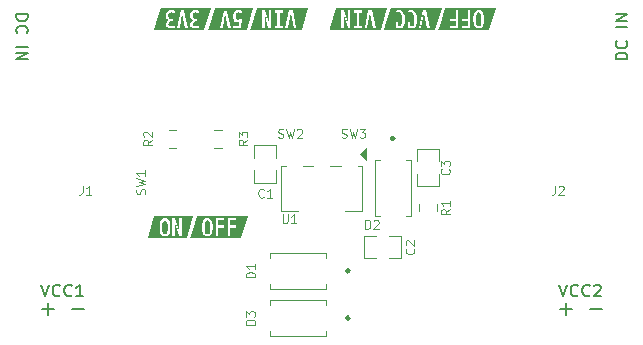
<source format=gbr>
%TF.GenerationSoftware,KiCad,Pcbnew,8.0.5-8.0.5-0~ubuntu24.04.1*%
%TF.CreationDate,2024-10-03T16:57:35-04:00*%
%TF.ProjectId,breadboard-power-supply,62726561-6462-46f6-9172-642d706f7765,rev?*%
%TF.SameCoordinates,Original*%
%TF.FileFunction,Legend,Top*%
%TF.FilePolarity,Positive*%
%FSLAX46Y46*%
G04 Gerber Fmt 4.6, Leading zero omitted, Abs format (unit mm)*
G04 Created by KiCad (PCBNEW 8.0.5-8.0.5-0~ubuntu24.04.1) date 2024-10-03 16:57:35*
%MOMM*%
%LPD*%
G01*
G04 APERTURE LIST*
%ADD10C,0.150000*%
%ADD11C,0.120000*%
%ADD12C,0.000000*%
%ADD13C,0.100000*%
%ADD14C,0.250000*%
G04 APERTURE END LIST*
D10*
X146660000Y-116000000D02*
X147660000Y-116000000D01*
X149200000Y-116000000D02*
X150200000Y-116000000D01*
X102800000Y-116000000D02*
X103800000Y-116000000D01*
X147160000Y-116500000D02*
X147160000Y-115500000D01*
X105340000Y-116000000D02*
X106340000Y-116000000D01*
X103300000Y-116500000D02*
X103300000Y-115500000D01*
X152369819Y-94896302D02*
X151369819Y-94896302D01*
X151369819Y-94896302D02*
X151369819Y-94658207D01*
X151369819Y-94658207D02*
X151417438Y-94515350D01*
X151417438Y-94515350D02*
X151512676Y-94420112D01*
X151512676Y-94420112D02*
X151607914Y-94372493D01*
X151607914Y-94372493D02*
X151798390Y-94324874D01*
X151798390Y-94324874D02*
X151941247Y-94324874D01*
X151941247Y-94324874D02*
X152131723Y-94372493D01*
X152131723Y-94372493D02*
X152226961Y-94420112D01*
X152226961Y-94420112D02*
X152322200Y-94515350D01*
X152322200Y-94515350D02*
X152369819Y-94658207D01*
X152369819Y-94658207D02*
X152369819Y-94896302D01*
X152274580Y-93324874D02*
X152322200Y-93372493D01*
X152322200Y-93372493D02*
X152369819Y-93515350D01*
X152369819Y-93515350D02*
X152369819Y-93610588D01*
X152369819Y-93610588D02*
X152322200Y-93753445D01*
X152322200Y-93753445D02*
X152226961Y-93848683D01*
X152226961Y-93848683D02*
X152131723Y-93896302D01*
X152131723Y-93896302D02*
X151941247Y-93943921D01*
X151941247Y-93943921D02*
X151798390Y-93943921D01*
X151798390Y-93943921D02*
X151607914Y-93896302D01*
X151607914Y-93896302D02*
X151512676Y-93848683D01*
X151512676Y-93848683D02*
X151417438Y-93753445D01*
X151417438Y-93753445D02*
X151369819Y-93610588D01*
X151369819Y-93610588D02*
X151369819Y-93515350D01*
X151369819Y-93515350D02*
X151417438Y-93372493D01*
X151417438Y-93372493D02*
X151465057Y-93324874D01*
X152369819Y-92134397D02*
X151369819Y-92134397D01*
X152369819Y-91658207D02*
X151369819Y-91658207D01*
X151369819Y-91658207D02*
X152369819Y-91086779D01*
X152369819Y-91086779D02*
X151369819Y-91086779D01*
X100630180Y-91086779D02*
X101630180Y-91086779D01*
X101630180Y-91086779D02*
X101630180Y-91324874D01*
X101630180Y-91324874D02*
X101582561Y-91467731D01*
X101582561Y-91467731D02*
X101487323Y-91562969D01*
X101487323Y-91562969D02*
X101392085Y-91610588D01*
X101392085Y-91610588D02*
X101201609Y-91658207D01*
X101201609Y-91658207D02*
X101058752Y-91658207D01*
X101058752Y-91658207D02*
X100868276Y-91610588D01*
X100868276Y-91610588D02*
X100773038Y-91562969D01*
X100773038Y-91562969D02*
X100677800Y-91467731D01*
X100677800Y-91467731D02*
X100630180Y-91324874D01*
X100630180Y-91324874D02*
X100630180Y-91086779D01*
X100725419Y-92658207D02*
X100677800Y-92610588D01*
X100677800Y-92610588D02*
X100630180Y-92467731D01*
X100630180Y-92467731D02*
X100630180Y-92372493D01*
X100630180Y-92372493D02*
X100677800Y-92229636D01*
X100677800Y-92229636D02*
X100773038Y-92134398D01*
X100773038Y-92134398D02*
X100868276Y-92086779D01*
X100868276Y-92086779D02*
X101058752Y-92039160D01*
X101058752Y-92039160D02*
X101201609Y-92039160D01*
X101201609Y-92039160D02*
X101392085Y-92086779D01*
X101392085Y-92086779D02*
X101487323Y-92134398D01*
X101487323Y-92134398D02*
X101582561Y-92229636D01*
X101582561Y-92229636D02*
X101630180Y-92372493D01*
X101630180Y-92372493D02*
X101630180Y-92467731D01*
X101630180Y-92467731D02*
X101582561Y-92610588D01*
X101582561Y-92610588D02*
X101534942Y-92658207D01*
X100630180Y-93848684D02*
X101630180Y-93848684D01*
X100630180Y-94324874D02*
X101630180Y-94324874D01*
X101630180Y-94324874D02*
X100630180Y-94896302D01*
X100630180Y-94896302D02*
X101630180Y-94896302D01*
X146620476Y-113954819D02*
X146953809Y-114954819D01*
X146953809Y-114954819D02*
X147287142Y-113954819D01*
X148191904Y-114859580D02*
X148144285Y-114907200D01*
X148144285Y-114907200D02*
X148001428Y-114954819D01*
X148001428Y-114954819D02*
X147906190Y-114954819D01*
X147906190Y-114954819D02*
X147763333Y-114907200D01*
X147763333Y-114907200D02*
X147668095Y-114811961D01*
X147668095Y-114811961D02*
X147620476Y-114716723D01*
X147620476Y-114716723D02*
X147572857Y-114526247D01*
X147572857Y-114526247D02*
X147572857Y-114383390D01*
X147572857Y-114383390D02*
X147620476Y-114192914D01*
X147620476Y-114192914D02*
X147668095Y-114097676D01*
X147668095Y-114097676D02*
X147763333Y-114002438D01*
X147763333Y-114002438D02*
X147906190Y-113954819D01*
X147906190Y-113954819D02*
X148001428Y-113954819D01*
X148001428Y-113954819D02*
X148144285Y-114002438D01*
X148144285Y-114002438D02*
X148191904Y-114050057D01*
X149191904Y-114859580D02*
X149144285Y-114907200D01*
X149144285Y-114907200D02*
X149001428Y-114954819D01*
X149001428Y-114954819D02*
X148906190Y-114954819D01*
X148906190Y-114954819D02*
X148763333Y-114907200D01*
X148763333Y-114907200D02*
X148668095Y-114811961D01*
X148668095Y-114811961D02*
X148620476Y-114716723D01*
X148620476Y-114716723D02*
X148572857Y-114526247D01*
X148572857Y-114526247D02*
X148572857Y-114383390D01*
X148572857Y-114383390D02*
X148620476Y-114192914D01*
X148620476Y-114192914D02*
X148668095Y-114097676D01*
X148668095Y-114097676D02*
X148763333Y-114002438D01*
X148763333Y-114002438D02*
X148906190Y-113954819D01*
X148906190Y-113954819D02*
X149001428Y-113954819D01*
X149001428Y-113954819D02*
X149144285Y-114002438D01*
X149144285Y-114002438D02*
X149191904Y-114050057D01*
X149572857Y-114050057D02*
X149620476Y-114002438D01*
X149620476Y-114002438D02*
X149715714Y-113954819D01*
X149715714Y-113954819D02*
X149953809Y-113954819D01*
X149953809Y-113954819D02*
X150049047Y-114002438D01*
X150049047Y-114002438D02*
X150096666Y-114050057D01*
X150096666Y-114050057D02*
X150144285Y-114145295D01*
X150144285Y-114145295D02*
X150144285Y-114240533D01*
X150144285Y-114240533D02*
X150096666Y-114383390D01*
X150096666Y-114383390D02*
X149525238Y-114954819D01*
X149525238Y-114954819D02*
X150144285Y-114954819D01*
X102760476Y-113954819D02*
X103093809Y-114954819D01*
X103093809Y-114954819D02*
X103427142Y-113954819D01*
X104331904Y-114859580D02*
X104284285Y-114907200D01*
X104284285Y-114907200D02*
X104141428Y-114954819D01*
X104141428Y-114954819D02*
X104046190Y-114954819D01*
X104046190Y-114954819D02*
X103903333Y-114907200D01*
X103903333Y-114907200D02*
X103808095Y-114811961D01*
X103808095Y-114811961D02*
X103760476Y-114716723D01*
X103760476Y-114716723D02*
X103712857Y-114526247D01*
X103712857Y-114526247D02*
X103712857Y-114383390D01*
X103712857Y-114383390D02*
X103760476Y-114192914D01*
X103760476Y-114192914D02*
X103808095Y-114097676D01*
X103808095Y-114097676D02*
X103903333Y-114002438D01*
X103903333Y-114002438D02*
X104046190Y-113954819D01*
X104046190Y-113954819D02*
X104141428Y-113954819D01*
X104141428Y-113954819D02*
X104284285Y-114002438D01*
X104284285Y-114002438D02*
X104331904Y-114050057D01*
X105331904Y-114859580D02*
X105284285Y-114907200D01*
X105284285Y-114907200D02*
X105141428Y-114954819D01*
X105141428Y-114954819D02*
X105046190Y-114954819D01*
X105046190Y-114954819D02*
X104903333Y-114907200D01*
X104903333Y-114907200D02*
X104808095Y-114811961D01*
X104808095Y-114811961D02*
X104760476Y-114716723D01*
X104760476Y-114716723D02*
X104712857Y-114526247D01*
X104712857Y-114526247D02*
X104712857Y-114383390D01*
X104712857Y-114383390D02*
X104760476Y-114192914D01*
X104760476Y-114192914D02*
X104808095Y-114097676D01*
X104808095Y-114097676D02*
X104903333Y-114002438D01*
X104903333Y-114002438D02*
X105046190Y-113954819D01*
X105046190Y-113954819D02*
X105141428Y-113954819D01*
X105141428Y-113954819D02*
X105284285Y-114002438D01*
X105284285Y-114002438D02*
X105331904Y-114050057D01*
X106284285Y-114954819D02*
X105712857Y-114954819D01*
X105998571Y-114954819D02*
X105998571Y-113954819D01*
X105998571Y-113954819D02*
X105903333Y-114097676D01*
X105903333Y-114097676D02*
X105808095Y-114192914D01*
X105808095Y-114192914D02*
X105712857Y-114240533D01*
D11*
X130196428Y-109240724D02*
X130196428Y-108490724D01*
X130196428Y-108490724D02*
X130374999Y-108490724D01*
X130374999Y-108490724D02*
X130482142Y-108526438D01*
X130482142Y-108526438D02*
X130553571Y-108597867D01*
X130553571Y-108597867D02*
X130589285Y-108669295D01*
X130589285Y-108669295D02*
X130624999Y-108812152D01*
X130624999Y-108812152D02*
X130624999Y-108919295D01*
X130624999Y-108919295D02*
X130589285Y-109062152D01*
X130589285Y-109062152D02*
X130553571Y-109133581D01*
X130553571Y-109133581D02*
X130482142Y-109205010D01*
X130482142Y-109205010D02*
X130374999Y-109240724D01*
X130374999Y-109240724D02*
X130196428Y-109240724D01*
X130910714Y-108562152D02*
X130946428Y-108526438D01*
X130946428Y-108526438D02*
X131017857Y-108490724D01*
X131017857Y-108490724D02*
X131196428Y-108490724D01*
X131196428Y-108490724D02*
X131267857Y-108526438D01*
X131267857Y-108526438D02*
X131303571Y-108562152D01*
X131303571Y-108562152D02*
X131339285Y-108633581D01*
X131339285Y-108633581D02*
X131339285Y-108705010D01*
X131339285Y-108705010D02*
X131303571Y-108812152D01*
X131303571Y-108812152D02*
X130874999Y-109240724D01*
X130874999Y-109240724D02*
X131339285Y-109240724D01*
X111505010Y-106299999D02*
X111540724Y-106192857D01*
X111540724Y-106192857D02*
X111540724Y-106014285D01*
X111540724Y-106014285D02*
X111505010Y-105942857D01*
X111505010Y-105942857D02*
X111469295Y-105907142D01*
X111469295Y-105907142D02*
X111397867Y-105871428D01*
X111397867Y-105871428D02*
X111326438Y-105871428D01*
X111326438Y-105871428D02*
X111255010Y-105907142D01*
X111255010Y-105907142D02*
X111219295Y-105942857D01*
X111219295Y-105942857D02*
X111183581Y-106014285D01*
X111183581Y-106014285D02*
X111147867Y-106157142D01*
X111147867Y-106157142D02*
X111112152Y-106228571D01*
X111112152Y-106228571D02*
X111076438Y-106264285D01*
X111076438Y-106264285D02*
X111005010Y-106299999D01*
X111005010Y-106299999D02*
X110933581Y-106299999D01*
X110933581Y-106299999D02*
X110862152Y-106264285D01*
X110862152Y-106264285D02*
X110826438Y-106228571D01*
X110826438Y-106228571D02*
X110790724Y-106157142D01*
X110790724Y-106157142D02*
X110790724Y-105978571D01*
X110790724Y-105978571D02*
X110826438Y-105871428D01*
X110790724Y-105621428D02*
X111540724Y-105442856D01*
X111540724Y-105442856D02*
X111005010Y-105299999D01*
X111005010Y-105299999D02*
X111540724Y-105157142D01*
X111540724Y-105157142D02*
X110790724Y-104978571D01*
X111540724Y-104299999D02*
X111540724Y-104728570D01*
X111540724Y-104514285D02*
X110790724Y-104514285D01*
X110790724Y-104514285D02*
X110897867Y-104585713D01*
X110897867Y-104585713D02*
X110969295Y-104657142D01*
X110969295Y-104657142D02*
X111005010Y-104728570D01*
X121574999Y-106519295D02*
X121539285Y-106555010D01*
X121539285Y-106555010D02*
X121432142Y-106590724D01*
X121432142Y-106590724D02*
X121360714Y-106590724D01*
X121360714Y-106590724D02*
X121253571Y-106555010D01*
X121253571Y-106555010D02*
X121182142Y-106483581D01*
X121182142Y-106483581D02*
X121146428Y-106412152D01*
X121146428Y-106412152D02*
X121110714Y-106269295D01*
X121110714Y-106269295D02*
X121110714Y-106162152D01*
X121110714Y-106162152D02*
X121146428Y-106019295D01*
X121146428Y-106019295D02*
X121182142Y-105947867D01*
X121182142Y-105947867D02*
X121253571Y-105876438D01*
X121253571Y-105876438D02*
X121360714Y-105840724D01*
X121360714Y-105840724D02*
X121432142Y-105840724D01*
X121432142Y-105840724D02*
X121539285Y-105876438D01*
X121539285Y-105876438D02*
X121574999Y-105912152D01*
X122289285Y-106590724D02*
X121860714Y-106590724D01*
X122074999Y-106590724D02*
X122074999Y-105840724D01*
X122074999Y-105840724D02*
X122003571Y-105947867D01*
X122003571Y-105947867D02*
X121932142Y-106019295D01*
X121932142Y-106019295D02*
X121860714Y-106055010D01*
X120840724Y-113353571D02*
X120090724Y-113353571D01*
X120090724Y-113353571D02*
X120090724Y-113175000D01*
X120090724Y-113175000D02*
X120126438Y-113067857D01*
X120126438Y-113067857D02*
X120197867Y-112996428D01*
X120197867Y-112996428D02*
X120269295Y-112960714D01*
X120269295Y-112960714D02*
X120412152Y-112925000D01*
X120412152Y-112925000D02*
X120519295Y-112925000D01*
X120519295Y-112925000D02*
X120662152Y-112960714D01*
X120662152Y-112960714D02*
X120733581Y-112996428D01*
X120733581Y-112996428D02*
X120805010Y-113067857D01*
X120805010Y-113067857D02*
X120840724Y-113175000D01*
X120840724Y-113175000D02*
X120840724Y-113353571D01*
X120840724Y-112210714D02*
X120840724Y-112639285D01*
X120840724Y-112425000D02*
X120090724Y-112425000D01*
X120090724Y-112425000D02*
X120197867Y-112496428D01*
X120197867Y-112496428D02*
X120269295Y-112567857D01*
X120269295Y-112567857D02*
X120305010Y-112639285D01*
X128171804Y-101505010D02*
X128278947Y-101540724D01*
X128278947Y-101540724D02*
X128457518Y-101540724D01*
X128457518Y-101540724D02*
X128528947Y-101505010D01*
X128528947Y-101505010D02*
X128564661Y-101469295D01*
X128564661Y-101469295D02*
X128600375Y-101397867D01*
X128600375Y-101397867D02*
X128600375Y-101326438D01*
X128600375Y-101326438D02*
X128564661Y-101255010D01*
X128564661Y-101255010D02*
X128528947Y-101219295D01*
X128528947Y-101219295D02*
X128457518Y-101183581D01*
X128457518Y-101183581D02*
X128314661Y-101147867D01*
X128314661Y-101147867D02*
X128243232Y-101112152D01*
X128243232Y-101112152D02*
X128207518Y-101076438D01*
X128207518Y-101076438D02*
X128171804Y-101005010D01*
X128171804Y-101005010D02*
X128171804Y-100933581D01*
X128171804Y-100933581D02*
X128207518Y-100862152D01*
X128207518Y-100862152D02*
X128243232Y-100826438D01*
X128243232Y-100826438D02*
X128314661Y-100790724D01*
X128314661Y-100790724D02*
X128493232Y-100790724D01*
X128493232Y-100790724D02*
X128600375Y-100826438D01*
X128850375Y-100790724D02*
X129028947Y-101540724D01*
X129028947Y-101540724D02*
X129171804Y-101005010D01*
X129171804Y-101005010D02*
X129314661Y-101540724D01*
X129314661Y-101540724D02*
X129493233Y-100790724D01*
X129707518Y-100790724D02*
X130171804Y-100790724D01*
X130171804Y-100790724D02*
X129921804Y-101076438D01*
X129921804Y-101076438D02*
X130028947Y-101076438D01*
X130028947Y-101076438D02*
X130100376Y-101112152D01*
X130100376Y-101112152D02*
X130136090Y-101147867D01*
X130136090Y-101147867D02*
X130171804Y-101219295D01*
X130171804Y-101219295D02*
X130171804Y-101397867D01*
X130171804Y-101397867D02*
X130136090Y-101469295D01*
X130136090Y-101469295D02*
X130100376Y-101505010D01*
X130100376Y-101505010D02*
X130028947Y-101540724D01*
X130028947Y-101540724D02*
X129814661Y-101540724D01*
X129814661Y-101540724D02*
X129743233Y-101505010D01*
X129743233Y-101505010D02*
X129707518Y-101469295D01*
X112140724Y-101725000D02*
X111783581Y-101975000D01*
X112140724Y-102153571D02*
X111390724Y-102153571D01*
X111390724Y-102153571D02*
X111390724Y-101867857D01*
X111390724Y-101867857D02*
X111426438Y-101796428D01*
X111426438Y-101796428D02*
X111462152Y-101760714D01*
X111462152Y-101760714D02*
X111533581Y-101725000D01*
X111533581Y-101725000D02*
X111640724Y-101725000D01*
X111640724Y-101725000D02*
X111712152Y-101760714D01*
X111712152Y-101760714D02*
X111747867Y-101796428D01*
X111747867Y-101796428D02*
X111783581Y-101867857D01*
X111783581Y-101867857D02*
X111783581Y-102153571D01*
X111462152Y-101439285D02*
X111426438Y-101403571D01*
X111426438Y-101403571D02*
X111390724Y-101332143D01*
X111390724Y-101332143D02*
X111390724Y-101153571D01*
X111390724Y-101153571D02*
X111426438Y-101082143D01*
X111426438Y-101082143D02*
X111462152Y-101046428D01*
X111462152Y-101046428D02*
X111533581Y-101010714D01*
X111533581Y-101010714D02*
X111605010Y-101010714D01*
X111605010Y-101010714D02*
X111712152Y-101046428D01*
X111712152Y-101046428D02*
X112140724Y-101475000D01*
X112140724Y-101475000D02*
X112140724Y-101010714D01*
X137269295Y-104175000D02*
X137305010Y-104210714D01*
X137305010Y-104210714D02*
X137340724Y-104317857D01*
X137340724Y-104317857D02*
X137340724Y-104389285D01*
X137340724Y-104389285D02*
X137305010Y-104496428D01*
X137305010Y-104496428D02*
X137233581Y-104567857D01*
X137233581Y-104567857D02*
X137162152Y-104603571D01*
X137162152Y-104603571D02*
X137019295Y-104639285D01*
X137019295Y-104639285D02*
X136912152Y-104639285D01*
X136912152Y-104639285D02*
X136769295Y-104603571D01*
X136769295Y-104603571D02*
X136697867Y-104567857D01*
X136697867Y-104567857D02*
X136626438Y-104496428D01*
X136626438Y-104496428D02*
X136590724Y-104389285D01*
X136590724Y-104389285D02*
X136590724Y-104317857D01*
X136590724Y-104317857D02*
X136626438Y-104210714D01*
X136626438Y-104210714D02*
X136662152Y-104175000D01*
X136590724Y-103925000D02*
X136590724Y-103460714D01*
X136590724Y-103460714D02*
X136876438Y-103710714D01*
X136876438Y-103710714D02*
X136876438Y-103603571D01*
X136876438Y-103603571D02*
X136912152Y-103532143D01*
X136912152Y-103532143D02*
X136947867Y-103496428D01*
X136947867Y-103496428D02*
X137019295Y-103460714D01*
X137019295Y-103460714D02*
X137197867Y-103460714D01*
X137197867Y-103460714D02*
X137269295Y-103496428D01*
X137269295Y-103496428D02*
X137305010Y-103532143D01*
X137305010Y-103532143D02*
X137340724Y-103603571D01*
X137340724Y-103603571D02*
X137340724Y-103817857D01*
X137340724Y-103817857D02*
X137305010Y-103889285D01*
X137305010Y-103889285D02*
X137269295Y-103925000D01*
X137340724Y-107575000D02*
X136983581Y-107825000D01*
X137340724Y-108003571D02*
X136590724Y-108003571D01*
X136590724Y-108003571D02*
X136590724Y-107717857D01*
X136590724Y-107717857D02*
X136626438Y-107646428D01*
X136626438Y-107646428D02*
X136662152Y-107610714D01*
X136662152Y-107610714D02*
X136733581Y-107575000D01*
X136733581Y-107575000D02*
X136840724Y-107575000D01*
X136840724Y-107575000D02*
X136912152Y-107610714D01*
X136912152Y-107610714D02*
X136947867Y-107646428D01*
X136947867Y-107646428D02*
X136983581Y-107717857D01*
X136983581Y-107717857D02*
X136983581Y-108003571D01*
X137340724Y-106860714D02*
X137340724Y-107289285D01*
X137340724Y-107075000D02*
X136590724Y-107075000D01*
X136590724Y-107075000D02*
X136697867Y-107146428D01*
X136697867Y-107146428D02*
X136769295Y-107217857D01*
X136769295Y-107217857D02*
X136805010Y-107289285D01*
X106250000Y-105590724D02*
X106250000Y-106126438D01*
X106250000Y-106126438D02*
X106214285Y-106233581D01*
X106214285Y-106233581D02*
X106142857Y-106305010D01*
X106142857Y-106305010D02*
X106035714Y-106340724D01*
X106035714Y-106340724D02*
X105964285Y-106340724D01*
X107000000Y-106340724D02*
X106571429Y-106340724D01*
X106785714Y-106340724D02*
X106785714Y-105590724D01*
X106785714Y-105590724D02*
X106714286Y-105697867D01*
X106714286Y-105697867D02*
X106642857Y-105769295D01*
X106642857Y-105769295D02*
X106571429Y-105805010D01*
X122828195Y-101505010D02*
X122935338Y-101540724D01*
X122935338Y-101540724D02*
X123113909Y-101540724D01*
X123113909Y-101540724D02*
X123185338Y-101505010D01*
X123185338Y-101505010D02*
X123221052Y-101469295D01*
X123221052Y-101469295D02*
X123256766Y-101397867D01*
X123256766Y-101397867D02*
X123256766Y-101326438D01*
X123256766Y-101326438D02*
X123221052Y-101255010D01*
X123221052Y-101255010D02*
X123185338Y-101219295D01*
X123185338Y-101219295D02*
X123113909Y-101183581D01*
X123113909Y-101183581D02*
X122971052Y-101147867D01*
X122971052Y-101147867D02*
X122899623Y-101112152D01*
X122899623Y-101112152D02*
X122863909Y-101076438D01*
X122863909Y-101076438D02*
X122828195Y-101005010D01*
X122828195Y-101005010D02*
X122828195Y-100933581D01*
X122828195Y-100933581D02*
X122863909Y-100862152D01*
X122863909Y-100862152D02*
X122899623Y-100826438D01*
X122899623Y-100826438D02*
X122971052Y-100790724D01*
X122971052Y-100790724D02*
X123149623Y-100790724D01*
X123149623Y-100790724D02*
X123256766Y-100826438D01*
X123506766Y-100790724D02*
X123685338Y-101540724D01*
X123685338Y-101540724D02*
X123828195Y-101005010D01*
X123828195Y-101005010D02*
X123971052Y-101540724D01*
X123971052Y-101540724D02*
X124149624Y-100790724D01*
X124399624Y-100862152D02*
X124435338Y-100826438D01*
X124435338Y-100826438D02*
X124506767Y-100790724D01*
X124506767Y-100790724D02*
X124685338Y-100790724D01*
X124685338Y-100790724D02*
X124756767Y-100826438D01*
X124756767Y-100826438D02*
X124792481Y-100862152D01*
X124792481Y-100862152D02*
X124828195Y-100933581D01*
X124828195Y-100933581D02*
X124828195Y-101005010D01*
X124828195Y-101005010D02*
X124792481Y-101112152D01*
X124792481Y-101112152D02*
X124363909Y-101540724D01*
X124363909Y-101540724D02*
X124828195Y-101540724D01*
X123178571Y-107990724D02*
X123178571Y-108597867D01*
X123178571Y-108597867D02*
X123214285Y-108669295D01*
X123214285Y-108669295D02*
X123250000Y-108705010D01*
X123250000Y-108705010D02*
X123321428Y-108740724D01*
X123321428Y-108740724D02*
X123464285Y-108740724D01*
X123464285Y-108740724D02*
X123535714Y-108705010D01*
X123535714Y-108705010D02*
X123571428Y-108669295D01*
X123571428Y-108669295D02*
X123607142Y-108597867D01*
X123607142Y-108597867D02*
X123607142Y-107990724D01*
X124357142Y-108740724D02*
X123928571Y-108740724D01*
X124142856Y-108740724D02*
X124142856Y-107990724D01*
X124142856Y-107990724D02*
X124071428Y-108097867D01*
X124071428Y-108097867D02*
X123999999Y-108169295D01*
X123999999Y-108169295D02*
X123928571Y-108205010D01*
X120200724Y-101725000D02*
X119843581Y-101975000D01*
X120200724Y-102153571D02*
X119450724Y-102153571D01*
X119450724Y-102153571D02*
X119450724Y-101867857D01*
X119450724Y-101867857D02*
X119486438Y-101796428D01*
X119486438Y-101796428D02*
X119522152Y-101760714D01*
X119522152Y-101760714D02*
X119593581Y-101725000D01*
X119593581Y-101725000D02*
X119700724Y-101725000D01*
X119700724Y-101725000D02*
X119772152Y-101760714D01*
X119772152Y-101760714D02*
X119807867Y-101796428D01*
X119807867Y-101796428D02*
X119843581Y-101867857D01*
X119843581Y-101867857D02*
X119843581Y-102153571D01*
X119450724Y-101475000D02*
X119450724Y-101010714D01*
X119450724Y-101010714D02*
X119736438Y-101260714D01*
X119736438Y-101260714D02*
X119736438Y-101153571D01*
X119736438Y-101153571D02*
X119772152Y-101082143D01*
X119772152Y-101082143D02*
X119807867Y-101046428D01*
X119807867Y-101046428D02*
X119879295Y-101010714D01*
X119879295Y-101010714D02*
X120057867Y-101010714D01*
X120057867Y-101010714D02*
X120129295Y-101046428D01*
X120129295Y-101046428D02*
X120165010Y-101082143D01*
X120165010Y-101082143D02*
X120200724Y-101153571D01*
X120200724Y-101153571D02*
X120200724Y-101367857D01*
X120200724Y-101367857D02*
X120165010Y-101439285D01*
X120165010Y-101439285D02*
X120129295Y-101475000D01*
X146250000Y-105590724D02*
X146250000Y-106126438D01*
X146250000Y-106126438D02*
X146214285Y-106233581D01*
X146214285Y-106233581D02*
X146142857Y-106305010D01*
X146142857Y-106305010D02*
X146035714Y-106340724D01*
X146035714Y-106340724D02*
X145964285Y-106340724D01*
X146571429Y-105662152D02*
X146607143Y-105626438D01*
X146607143Y-105626438D02*
X146678572Y-105590724D01*
X146678572Y-105590724D02*
X146857143Y-105590724D01*
X146857143Y-105590724D02*
X146928572Y-105626438D01*
X146928572Y-105626438D02*
X146964286Y-105662152D01*
X146964286Y-105662152D02*
X147000000Y-105733581D01*
X147000000Y-105733581D02*
X147000000Y-105805010D01*
X147000000Y-105805010D02*
X146964286Y-105912152D01*
X146964286Y-105912152D02*
X146535714Y-106340724D01*
X146535714Y-106340724D02*
X147000000Y-106340724D01*
X134269295Y-110925000D02*
X134305010Y-110960714D01*
X134305010Y-110960714D02*
X134340724Y-111067857D01*
X134340724Y-111067857D02*
X134340724Y-111139285D01*
X134340724Y-111139285D02*
X134305010Y-111246428D01*
X134305010Y-111246428D02*
X134233581Y-111317857D01*
X134233581Y-111317857D02*
X134162152Y-111353571D01*
X134162152Y-111353571D02*
X134019295Y-111389285D01*
X134019295Y-111389285D02*
X133912152Y-111389285D01*
X133912152Y-111389285D02*
X133769295Y-111353571D01*
X133769295Y-111353571D02*
X133697867Y-111317857D01*
X133697867Y-111317857D02*
X133626438Y-111246428D01*
X133626438Y-111246428D02*
X133590724Y-111139285D01*
X133590724Y-111139285D02*
X133590724Y-111067857D01*
X133590724Y-111067857D02*
X133626438Y-110960714D01*
X133626438Y-110960714D02*
X133662152Y-110925000D01*
X133662152Y-110639285D02*
X133626438Y-110603571D01*
X133626438Y-110603571D02*
X133590724Y-110532143D01*
X133590724Y-110532143D02*
X133590724Y-110353571D01*
X133590724Y-110353571D02*
X133626438Y-110282143D01*
X133626438Y-110282143D02*
X133662152Y-110246428D01*
X133662152Y-110246428D02*
X133733581Y-110210714D01*
X133733581Y-110210714D02*
X133805010Y-110210714D01*
X133805010Y-110210714D02*
X133912152Y-110246428D01*
X133912152Y-110246428D02*
X134340724Y-110675000D01*
X134340724Y-110675000D02*
X134340724Y-110210714D01*
X120840724Y-117353571D02*
X120090724Y-117353571D01*
X120090724Y-117353571D02*
X120090724Y-117175000D01*
X120090724Y-117175000D02*
X120126438Y-117067857D01*
X120126438Y-117067857D02*
X120197867Y-116996428D01*
X120197867Y-116996428D02*
X120269295Y-116960714D01*
X120269295Y-116960714D02*
X120412152Y-116925000D01*
X120412152Y-116925000D02*
X120519295Y-116925000D01*
X120519295Y-116925000D02*
X120662152Y-116960714D01*
X120662152Y-116960714D02*
X120733581Y-116996428D01*
X120733581Y-116996428D02*
X120805010Y-117067857D01*
X120805010Y-117067857D02*
X120840724Y-117175000D01*
X120840724Y-117175000D02*
X120840724Y-117353571D01*
X120090724Y-116675000D02*
X120090724Y-116210714D01*
X120090724Y-116210714D02*
X120376438Y-116460714D01*
X120376438Y-116460714D02*
X120376438Y-116353571D01*
X120376438Y-116353571D02*
X120412152Y-116282143D01*
X120412152Y-116282143D02*
X120447867Y-116246428D01*
X120447867Y-116246428D02*
X120519295Y-116210714D01*
X120519295Y-116210714D02*
X120697867Y-116210714D01*
X120697867Y-116210714D02*
X120769295Y-116246428D01*
X120769295Y-116246428D02*
X120805010Y-116282143D01*
X120805010Y-116282143D02*
X120840724Y-116353571D01*
X120840724Y-116353571D02*
X120840724Y-116567857D01*
X120840724Y-116567857D02*
X120805010Y-116639285D01*
X120805010Y-116639285D02*
X120769295Y-116675000D01*
D12*
%TO.C,kibuzzard-66FD9CBB*%
G36*
X128923973Y-90578767D02*
G01*
X129211644Y-90578767D01*
X130456849Y-90578767D01*
X131056849Y-90578767D01*
X131484932Y-90578767D01*
X132037671Y-90578767D01*
X131484932Y-92421233D01*
X131056849Y-92421233D01*
X128143151Y-92421233D01*
X127715068Y-92421233D01*
X127162329Y-92421233D01*
X127213699Y-92250000D01*
X128143151Y-92250000D01*
X128358904Y-92250000D01*
X128358904Y-91160959D01*
X128365068Y-91160959D01*
X128685616Y-92250000D01*
X128923973Y-92250000D01*
X128923973Y-90928767D01*
X129211644Y-90928767D01*
X129441781Y-90928767D01*
X129441781Y-92071233D01*
X129211644Y-92071233D01*
X129211644Y-92250000D01*
X129910274Y-92250000D01*
X130121918Y-92250000D01*
X130350000Y-92250000D01*
X130584247Y-90955479D01*
X130586301Y-90955479D01*
X130820548Y-92250000D01*
X131056849Y-92250000D01*
X130723973Y-90750000D01*
X130456849Y-90750000D01*
X130121918Y-92250000D01*
X129910274Y-92250000D01*
X129910274Y-92071233D01*
X129680137Y-92071233D01*
X129680137Y-90928767D01*
X129910274Y-90928767D01*
X129910274Y-90750000D01*
X129211644Y-90750000D01*
X129211644Y-90928767D01*
X128923973Y-90928767D01*
X128923973Y-90750000D01*
X128697945Y-90750000D01*
X128697945Y-91839041D01*
X128693836Y-91839041D01*
X128373288Y-90750000D01*
X128143151Y-90750000D01*
X128143151Y-92250000D01*
X127213699Y-92250000D01*
X127715068Y-90578767D01*
X128143151Y-90578767D01*
X128923973Y-90578767D01*
G37*
%TO.C,kibuzzard-66FD9C35*%
G36*
X118210274Y-90568493D02*
G01*
X119430822Y-90568493D01*
X119724658Y-90568493D01*
X120152740Y-90568493D01*
X120711644Y-90568493D01*
X120152740Y-92431507D01*
X119724658Y-92431507D01*
X117875342Y-92431507D01*
X117447260Y-92431507D01*
X116888356Y-92431507D01*
X116939726Y-92260274D01*
X117875342Y-92260274D01*
X118103425Y-92260274D01*
X118337671Y-90965753D01*
X118339726Y-90965753D01*
X118573973Y-92260274D01*
X118810274Y-92260274D01*
X118583188Y-91236986D01*
X118984932Y-91236986D01*
X118998082Y-91410822D01*
X119037534Y-91546027D01*
X119103288Y-91642603D01*
X119195342Y-91700548D01*
X119313699Y-91719863D01*
X119411301Y-91707021D01*
X119494521Y-91668493D01*
X119498630Y-91668493D01*
X119484247Y-92083562D01*
X119026027Y-92083562D01*
X119026027Y-92260274D01*
X119693836Y-92260274D01*
X119714384Y-91463014D01*
X119525342Y-91463014D01*
X119453938Y-91524658D01*
X119375342Y-91545205D01*
X119254110Y-91474315D01*
X119224829Y-91379538D01*
X119215068Y-91236986D01*
X119228938Y-91086729D01*
X119270548Y-90989384D01*
X119342466Y-90936216D01*
X119447260Y-90918493D01*
X119584418Y-90938014D01*
X119724658Y-90996575D01*
X119724658Y-90801370D01*
X119583390Y-90755137D01*
X119430822Y-90739726D01*
X119289954Y-90752511D01*
X119176941Y-90790868D01*
X119091781Y-90854795D01*
X119032420Y-90948402D01*
X118996804Y-91075799D01*
X118984932Y-91236986D01*
X118583188Y-91236986D01*
X118477397Y-90760274D01*
X118210274Y-90760274D01*
X117875342Y-92260274D01*
X116939726Y-92260274D01*
X117447260Y-90568493D01*
X117875342Y-90568493D01*
X118210274Y-90568493D01*
G37*
%TO.C,kibuzzard-66FD9CB0*%
G36*
X133024658Y-90558219D02*
G01*
X134052055Y-90558219D01*
X135046575Y-90558219D01*
X135646575Y-90558219D01*
X136074658Y-90558219D01*
X136639726Y-90558219D01*
X136074658Y-92441781D01*
X135646575Y-92441781D01*
X132753425Y-92441781D01*
X132325342Y-92441781D01*
X131760274Y-92441781D01*
X131964520Y-91760959D01*
X132753425Y-91760959D01*
X132753425Y-92225342D01*
X132884418Y-92259247D01*
X133030822Y-92270548D01*
X133151220Y-92258829D01*
X133255565Y-92223673D01*
X133343857Y-92165079D01*
X133416096Y-92083048D01*
X133472282Y-91977579D01*
X133512414Y-91848673D01*
X133526278Y-91760959D01*
X133780822Y-91760959D01*
X133780822Y-92225342D01*
X133911815Y-92259247D01*
X134058219Y-92270548D01*
X134178617Y-92258829D01*
X134204822Y-92250000D01*
X134711644Y-92250000D01*
X134939726Y-92250000D01*
X135173973Y-90955479D01*
X135176027Y-90955479D01*
X135410274Y-92250000D01*
X135646575Y-92250000D01*
X135313699Y-90750000D01*
X135046575Y-90750000D01*
X134711644Y-92250000D01*
X134204822Y-92250000D01*
X134282962Y-92223673D01*
X134371254Y-92165079D01*
X134443493Y-92083048D01*
X134499679Y-91977579D01*
X134539812Y-91848673D01*
X134563891Y-91696329D01*
X134571918Y-91520548D01*
X134563795Y-91335135D01*
X134539426Y-91174443D01*
X134498812Y-91038474D01*
X134441952Y-90927226D01*
X134368846Y-90840700D01*
X134279495Y-90778896D01*
X134173898Y-90741813D01*
X134052055Y-90729452D01*
X133914897Y-90742295D01*
X133791096Y-90780822D01*
X133791096Y-90969863D01*
X133908219Y-90922089D01*
X134017123Y-90906164D01*
X134117580Y-90923231D01*
X134199772Y-90974429D01*
X134263699Y-91059760D01*
X134309361Y-91179224D01*
X134336758Y-91332820D01*
X134345890Y-91520548D01*
X134337614Y-91694463D01*
X134312785Y-91836758D01*
X134271404Y-91947432D01*
X134213470Y-92026484D01*
X134138984Y-92073916D01*
X134047945Y-92089726D01*
X134000685Y-92081507D01*
X134000685Y-91760959D01*
X133780822Y-91760959D01*
X133526278Y-91760959D01*
X133536494Y-91696329D01*
X133544521Y-91520548D01*
X133536398Y-91335135D01*
X133512029Y-91174443D01*
X133471415Y-91038474D01*
X133414555Y-90927226D01*
X133341449Y-90840700D01*
X133252098Y-90778896D01*
X133146500Y-90741813D01*
X133024658Y-90729452D01*
X132887500Y-90742295D01*
X132763699Y-90780822D01*
X132763699Y-90969863D01*
X132880822Y-90922089D01*
X132989726Y-90906164D01*
X133090183Y-90923231D01*
X133172374Y-90974429D01*
X133236301Y-91059760D01*
X133281963Y-91179224D01*
X133309361Y-91332820D01*
X133318493Y-91520548D01*
X133310217Y-91694463D01*
X133285388Y-91836758D01*
X133244007Y-91947432D01*
X133186073Y-92026484D01*
X133111587Y-92073916D01*
X133020548Y-92089726D01*
X132973288Y-92081507D01*
X132973288Y-91760959D01*
X132753425Y-91760959D01*
X131964520Y-91760959D01*
X132325342Y-90558219D01*
X132753425Y-90558219D01*
X133024658Y-90558219D01*
G37*
%TO.C,kibuzzard-66FD9CA2*%
G36*
X139889555Y-90939812D02*
G01*
X139961986Y-91034589D01*
X139992808Y-91142466D01*
X140011301Y-91297603D01*
X140017466Y-91500000D01*
X140011301Y-91702397D01*
X139992808Y-91857534D01*
X139961986Y-91965411D01*
X139889555Y-92060188D01*
X139783219Y-92091781D01*
X139676884Y-92060188D01*
X139604452Y-91965411D01*
X139573630Y-91857534D01*
X139555137Y-91702397D01*
X139548973Y-91500000D01*
X139555137Y-91297603D01*
X139573630Y-91142466D01*
X139604452Y-91034589D01*
X139676884Y-90939812D01*
X139783219Y-90908219D01*
X139889555Y-90939812D01*
G37*
G36*
X137833219Y-90558219D02*
G01*
X138860616Y-90558219D01*
X139783219Y-90558219D01*
X140235274Y-90558219D01*
X140663356Y-90558219D01*
X141228425Y-90558219D01*
X140663356Y-92441781D01*
X140235274Y-92441781D01*
X137364726Y-92441781D01*
X136936644Y-92441781D01*
X136371575Y-92441781D01*
X136482739Y-92071233D01*
X137364726Y-92071233D01*
X137364726Y-92250000D01*
X138063356Y-92250000D01*
X138063356Y-92071233D01*
X138392123Y-92071233D01*
X138392123Y-92250000D01*
X139090753Y-92250000D01*
X139090753Y-91500000D01*
X139331164Y-91500000D01*
X139336758Y-91679909D01*
X139353539Y-91833333D01*
X139381507Y-91960274D01*
X139443408Y-92105651D01*
X139528425Y-92200685D01*
X139640411Y-92253082D01*
X139783219Y-92270548D01*
X139926027Y-92253082D01*
X140038014Y-92200685D01*
X140123031Y-92105651D01*
X140184932Y-91960274D01*
X140212900Y-91833333D01*
X140229680Y-91679909D01*
X140235274Y-91500000D01*
X140229680Y-91320091D01*
X140212900Y-91166667D01*
X140184932Y-91039726D01*
X140123031Y-90894349D01*
X140038014Y-90799315D01*
X139926027Y-90746918D01*
X139783219Y-90729452D01*
X139640411Y-90746918D01*
X139528425Y-90799315D01*
X139443408Y-90894349D01*
X139381507Y-91039726D01*
X139353539Y-91166667D01*
X139336758Y-91320091D01*
X139331164Y-91500000D01*
X139090753Y-91500000D01*
X139090753Y-90750000D01*
X138860616Y-90750000D01*
X138860616Y-91469178D01*
X138412671Y-91469178D01*
X138412671Y-91643836D01*
X138860616Y-91643836D01*
X138860616Y-92071233D01*
X138392123Y-92071233D01*
X138063356Y-92071233D01*
X138063356Y-90750000D01*
X137833219Y-90750000D01*
X137833219Y-91469178D01*
X137385274Y-91469178D01*
X137385274Y-91643836D01*
X137833219Y-91643836D01*
X137833219Y-92071233D01*
X137364726Y-92071233D01*
X136482739Y-92071233D01*
X136936644Y-90558219D01*
X137364726Y-90558219D01*
X137833219Y-90558219D01*
G37*
D13*
%TO.C,D2*%
X130980000Y-103440000D02*
X131390000Y-103440000D01*
X130980000Y-108160000D02*
X130980000Y-103440000D01*
X131390000Y-108160000D02*
X130980000Y-108160000D01*
D11*
X134020000Y-103440000D02*
X133610000Y-103440000D01*
X134020000Y-103440000D02*
X134020000Y-108160000D01*
X134020000Y-108160000D02*
X133610000Y-108160000D01*
D14*
X132625000Y-101600000D02*
G75*
G02*
X132375000Y-101600000I-125000J0D01*
G01*
X132375000Y-101600000D02*
G75*
G02*
X132625000Y-101600000I125000J0D01*
G01*
D11*
%TO.C,C1*%
X120787000Y-102162000D02*
X122613000Y-102162000D01*
X120787000Y-103221000D02*
X120787000Y-102162000D01*
X120787000Y-104279000D02*
X120787000Y-105338000D01*
X120787000Y-105338000D02*
X122613000Y-105338000D01*
X122613000Y-102162000D02*
X122613000Y-103221000D01*
X122613000Y-105338000D02*
X122613000Y-104279000D01*
D13*
%TO.C,D1*%
X122140000Y-111280000D02*
X126860000Y-111280000D01*
X122140000Y-111690000D02*
X122140000Y-111280000D01*
D11*
X122140000Y-114320000D02*
X122140000Y-113910000D01*
D13*
X126860000Y-111280000D02*
X126860000Y-111690000D01*
D11*
X126860000Y-114320000D02*
X122140000Y-114320000D01*
X126860000Y-114320000D02*
X126860000Y-113910000D01*
D14*
X128825000Y-112800000D02*
G75*
G02*
X128575000Y-112800000I-125000J0D01*
G01*
X128575000Y-112800000D02*
G75*
G02*
X128825000Y-112800000I125000J0D01*
G01*
D11*
%TO.C,R2*%
X114185000Y-100840000D02*
X113555000Y-100840000D01*
X114185000Y-102360000D02*
X113555000Y-102360000D01*
D12*
%TO.C,kibuzzard-66FD9C43*%
G36*
X113739384Y-90558219D02*
G01*
X114567466Y-90558219D01*
X115794178Y-90558219D01*
X116122945Y-90558219D01*
X116551027Y-90558219D01*
X117116096Y-90558219D01*
X116551027Y-92441781D01*
X116122945Y-92441781D01*
X113277055Y-92441781D01*
X112848973Y-92441781D01*
X112283904Y-92441781D01*
X112661986Y-91181507D01*
X113277055Y-91181507D01*
X113293750Y-91325856D01*
X113343836Y-91436301D01*
X113427312Y-91512842D01*
X113544178Y-91555479D01*
X113544178Y-91557534D01*
X113436301Y-91609803D01*
X113359247Y-91688527D01*
X113313014Y-91793707D01*
X113297603Y-91925342D01*
X113323288Y-92069949D01*
X113400342Y-92179110D01*
X113525171Y-92247688D01*
X113694178Y-92270548D01*
X113805594Y-92262557D01*
X113865866Y-92250000D01*
X114232534Y-92250000D01*
X114460616Y-92250000D01*
X114694863Y-90955479D01*
X114696918Y-90955479D01*
X114931164Y-92250000D01*
X115167466Y-92250000D01*
X114930348Y-91181507D01*
X115331849Y-91181507D01*
X115348545Y-91325856D01*
X115398630Y-91436301D01*
X115482106Y-91512842D01*
X115598973Y-91555479D01*
X115598973Y-91557534D01*
X115491096Y-91609803D01*
X115414041Y-91688527D01*
X115367808Y-91793707D01*
X115352397Y-91925342D01*
X115378082Y-92069949D01*
X115455137Y-92179110D01*
X115579966Y-92247688D01*
X115748973Y-92270548D01*
X115860388Y-92262557D01*
X115975457Y-92238584D01*
X116094178Y-92198630D01*
X116094178Y-92007534D01*
X115934932Y-92072260D01*
X115790068Y-92093836D01*
X115671347Y-92071918D01*
X115600114Y-92006164D01*
X115576370Y-91896575D01*
X115594863Y-91780993D01*
X115650342Y-91701370D01*
X115747432Y-91655137D01*
X115890753Y-91639726D01*
X115931849Y-91639726D01*
X115931849Y-91458904D01*
X115890753Y-91458904D01*
X115736644Y-91443236D01*
X115635959Y-91396233D01*
X115580479Y-91313784D01*
X115561986Y-91191781D01*
X115578168Y-91067723D01*
X115626712Y-90979110D01*
X115707620Y-90925942D01*
X115820890Y-90908219D01*
X115973459Y-90929281D01*
X116122945Y-90992466D01*
X116122945Y-90795205D01*
X115961644Y-90745890D01*
X115794178Y-90729452D01*
X115652911Y-90742009D01*
X115537329Y-90779680D01*
X115447432Y-90842466D01*
X115383219Y-90930365D01*
X115344692Y-91043379D01*
X115331849Y-91181507D01*
X114930348Y-91181507D01*
X114834589Y-90750000D01*
X114567466Y-90750000D01*
X114232534Y-92250000D01*
X113865866Y-92250000D01*
X113920662Y-92238584D01*
X114039384Y-92198630D01*
X114039384Y-92007534D01*
X113880137Y-92072260D01*
X113735274Y-92093836D01*
X113616553Y-92071918D01*
X113545320Y-92006164D01*
X113521575Y-91896575D01*
X113540068Y-91780993D01*
X113595548Y-91701370D01*
X113692637Y-91655137D01*
X113835959Y-91639726D01*
X113877055Y-91639726D01*
X113877055Y-91458904D01*
X113835959Y-91458904D01*
X113681849Y-91443236D01*
X113581164Y-91396233D01*
X113525685Y-91313784D01*
X113507192Y-91191781D01*
X113523373Y-91067723D01*
X113571918Y-90979110D01*
X113652825Y-90925942D01*
X113766096Y-90908219D01*
X113918664Y-90929281D01*
X114068151Y-90992466D01*
X114068151Y-90795205D01*
X113906849Y-90745890D01*
X113739384Y-90729452D01*
X113598116Y-90742009D01*
X113482534Y-90779680D01*
X113392637Y-90842466D01*
X113328425Y-90930365D01*
X113289897Y-91043379D01*
X113277055Y-91181507D01*
X112661986Y-91181507D01*
X112848973Y-90558219D01*
X113277055Y-90558219D01*
X113739384Y-90558219D01*
G37*
D11*
%TO.C,C3*%
X134587000Y-102462000D02*
X134587000Y-103521000D01*
X134587000Y-105638000D02*
X134587000Y-104579000D01*
X136413000Y-102462000D02*
X134587000Y-102462000D01*
X136413000Y-103521000D02*
X136413000Y-102462000D01*
X136413000Y-104579000D02*
X136413000Y-105638000D01*
X136413000Y-105638000D02*
X134587000Y-105638000D01*
%TO.C,R1*%
X134740000Y-107765000D02*
X134740000Y-107135000D01*
X136260000Y-107765000D02*
X136260000Y-107135000D01*
%TO.C,U1*%
X123090000Y-103900000D02*
X123440000Y-103900000D01*
X123090000Y-107710000D02*
X123090000Y-103900000D01*
X124500000Y-107710000D02*
X123090000Y-107710000D01*
X125800000Y-103890000D02*
X124900000Y-103890000D01*
X128100000Y-103890000D02*
X127200000Y-103890000D01*
X129910000Y-103890000D02*
X129560000Y-103890000D01*
X129910000Y-107700000D02*
X128500000Y-107700000D01*
X129910000Y-107700000D02*
X129910000Y-103890000D01*
D13*
X130250000Y-103400000D02*
X129750000Y-102900000D01*
X130250000Y-102400000D01*
X130250000Y-103400000D01*
G36*
X130250000Y-103400000D02*
G01*
X129750000Y-102900000D01*
X130250000Y-102400000D01*
X130250000Y-103400000D01*
G37*
D12*
%TO.C,kibuzzard-66FD9D64*%
G36*
X113323459Y-108539812D02*
G01*
X113395890Y-108634589D01*
X113426712Y-108742466D01*
X113445205Y-108897603D01*
X113451370Y-109100000D01*
X113445205Y-109302397D01*
X113426712Y-109457534D01*
X113395890Y-109565411D01*
X113323459Y-109660188D01*
X113217123Y-109691781D01*
X113110788Y-109660188D01*
X113038356Y-109565411D01*
X113007534Y-109457534D01*
X112989041Y-109302397D01*
X112982877Y-109100000D01*
X112989041Y-108897603D01*
X113007534Y-108742466D01*
X113038356Y-108634589D01*
X113110788Y-108539812D01*
X113217123Y-108508219D01*
X113323459Y-108539812D01*
G37*
G36*
X115063014Y-110041781D02*
G01*
X114634932Y-110041781D01*
X113854110Y-110041781D01*
X113217123Y-110041781D01*
X112765068Y-110041781D01*
X112336986Y-110041781D01*
X111771918Y-110041781D01*
X112054452Y-109100000D01*
X112765068Y-109100000D01*
X112770662Y-109279909D01*
X112787443Y-109433333D01*
X112815411Y-109560274D01*
X112877312Y-109705651D01*
X112962329Y-109800685D01*
X113074315Y-109853082D01*
X113217123Y-109870548D01*
X113359932Y-109853082D01*
X113366519Y-109850000D01*
X113854110Y-109850000D01*
X114080137Y-109850000D01*
X114080137Y-108760959D01*
X114084247Y-108760959D01*
X114404795Y-109850000D01*
X114634932Y-109850000D01*
X114634932Y-108350000D01*
X114419178Y-108350000D01*
X114419178Y-109439041D01*
X114413014Y-109439041D01*
X114092466Y-108350000D01*
X113854110Y-108350000D01*
X113854110Y-109850000D01*
X113366519Y-109850000D01*
X113471918Y-109800685D01*
X113556935Y-109705651D01*
X113618836Y-109560274D01*
X113646804Y-109433333D01*
X113663584Y-109279909D01*
X113669178Y-109100000D01*
X113663584Y-108920091D01*
X113646804Y-108766667D01*
X113618836Y-108639726D01*
X113556935Y-108494349D01*
X113471918Y-108399315D01*
X113359932Y-108346918D01*
X113217123Y-108329452D01*
X113074315Y-108346918D01*
X112962329Y-108399315D01*
X112877312Y-108494349D01*
X112815411Y-108639726D01*
X112787443Y-108766667D01*
X112770662Y-108920091D01*
X112765068Y-109100000D01*
X112054452Y-109100000D01*
X112336986Y-108158219D01*
X112765068Y-108158219D01*
X114634932Y-108158219D01*
X115063014Y-108158219D01*
X115628082Y-108158219D01*
X115063014Y-110041781D01*
G37*
D11*
%TO.C,R3*%
X117415000Y-100840000D02*
X118045000Y-100840000D01*
X117415000Y-102360000D02*
X118045000Y-102360000D01*
D12*
%TO.C,kibuzzard-66FD9C27*%
G36*
X122223973Y-90578767D02*
G01*
X122511644Y-90578767D01*
X123756849Y-90578767D01*
X124356849Y-90578767D01*
X124784932Y-90578767D01*
X125337671Y-90578767D01*
X124784932Y-92421233D01*
X124356849Y-92421233D01*
X121443151Y-92421233D01*
X121015068Y-92421233D01*
X120462329Y-92421233D01*
X120513699Y-92250000D01*
X121443151Y-92250000D01*
X121658904Y-92250000D01*
X121658904Y-91160959D01*
X121665068Y-91160959D01*
X121985616Y-92250000D01*
X122223973Y-92250000D01*
X122223973Y-90928767D01*
X122511644Y-90928767D01*
X122741781Y-90928767D01*
X122741781Y-92071233D01*
X122511644Y-92071233D01*
X122511644Y-92250000D01*
X123210274Y-92250000D01*
X123421918Y-92250000D01*
X123650000Y-92250000D01*
X123884247Y-90955479D01*
X123886301Y-90955479D01*
X124120548Y-92250000D01*
X124356849Y-92250000D01*
X124023973Y-90750000D01*
X123756849Y-90750000D01*
X123421918Y-92250000D01*
X123210274Y-92250000D01*
X123210274Y-92071233D01*
X122980137Y-92071233D01*
X122980137Y-90928767D01*
X123210274Y-90928767D01*
X123210274Y-90750000D01*
X122511644Y-90750000D01*
X122511644Y-90928767D01*
X122223973Y-90928767D01*
X122223973Y-90750000D01*
X121997945Y-90750000D01*
X121997945Y-91839041D01*
X121993836Y-91839041D01*
X121673288Y-90750000D01*
X121443151Y-90750000D01*
X121443151Y-92250000D01*
X120513699Y-92250000D01*
X121015068Y-90578767D01*
X121443151Y-90578767D01*
X122223973Y-90578767D01*
G37*
D11*
%TO.C,C2*%
X130062000Y-109887000D02*
X130062000Y-111713000D01*
X130062000Y-111713000D02*
X131121000Y-111713000D01*
X131121000Y-109887000D02*
X130062000Y-109887000D01*
X132179000Y-109887000D02*
X133238000Y-109887000D01*
X133238000Y-109887000D02*
X133238000Y-111713000D01*
X133238000Y-111713000D02*
X132179000Y-111713000D01*
D13*
%TO.C,D3*%
X122140000Y-115280000D02*
X126860000Y-115280000D01*
X122140000Y-115690000D02*
X122140000Y-115280000D01*
D11*
X122140000Y-118320000D02*
X122140000Y-117910000D01*
D13*
X126860000Y-115280000D02*
X126860000Y-115690000D01*
D11*
X126860000Y-118320000D02*
X122140000Y-118320000D01*
X126860000Y-118320000D02*
X126860000Y-117910000D01*
D14*
X128825000Y-116800000D02*
G75*
G02*
X128575000Y-116800000I-125000J0D01*
G01*
X128575000Y-116800000D02*
G75*
G02*
X128825000Y-116800000I125000J0D01*
G01*
D12*
%TO.C,kibuzzard-66FD9D69*%
G36*
X116923116Y-108539812D02*
G01*
X116995548Y-108634589D01*
X117026370Y-108742466D01*
X117044863Y-108897603D01*
X117051027Y-109100000D01*
X117044863Y-109302397D01*
X117026370Y-109457534D01*
X116995548Y-109565411D01*
X116923116Y-109660188D01*
X116816781Y-109691781D01*
X116710445Y-109660188D01*
X116638014Y-109565411D01*
X116607192Y-109457534D01*
X116588699Y-109302397D01*
X116582534Y-109100000D01*
X116588699Y-108897603D01*
X116607192Y-108742466D01*
X116638014Y-108634589D01*
X116710445Y-108539812D01*
X116816781Y-108508219D01*
X116923116Y-108539812D01*
G37*
G36*
X119663356Y-110041781D02*
G01*
X119235274Y-110041781D01*
X118766781Y-110041781D01*
X117739384Y-110041781D01*
X116816781Y-110041781D01*
X116364726Y-110041781D01*
X115936644Y-110041781D01*
X115371575Y-110041781D01*
X115654110Y-109100000D01*
X116364726Y-109100000D01*
X116370320Y-109279909D01*
X116387100Y-109433333D01*
X116415068Y-109560274D01*
X116476969Y-109705651D01*
X116561986Y-109800685D01*
X116673973Y-109853082D01*
X116816781Y-109870548D01*
X116959589Y-109853082D01*
X116966176Y-109850000D01*
X117509247Y-109850000D01*
X117739384Y-109850000D01*
X118536644Y-109850000D01*
X118766781Y-109850000D01*
X118766781Y-109130822D01*
X119214726Y-109130822D01*
X119214726Y-108956164D01*
X118766781Y-108956164D01*
X118766781Y-108528767D01*
X119235274Y-108528767D01*
X119235274Y-108350000D01*
X118536644Y-108350000D01*
X118536644Y-109850000D01*
X117739384Y-109850000D01*
X117739384Y-109130822D01*
X118187329Y-109130822D01*
X118187329Y-108956164D01*
X117739384Y-108956164D01*
X117739384Y-108528767D01*
X118207877Y-108528767D01*
X118207877Y-108350000D01*
X117509247Y-108350000D01*
X117509247Y-109850000D01*
X116966176Y-109850000D01*
X117071575Y-109800685D01*
X117156592Y-109705651D01*
X117218493Y-109560274D01*
X117246461Y-109433333D01*
X117263242Y-109279909D01*
X117268836Y-109100000D01*
X117263242Y-108920091D01*
X117246461Y-108766667D01*
X117218493Y-108639726D01*
X117156592Y-108494349D01*
X117071575Y-108399315D01*
X116959589Y-108346918D01*
X116816781Y-108329452D01*
X116673973Y-108346918D01*
X116561986Y-108399315D01*
X116476969Y-108494349D01*
X116415068Y-108639726D01*
X116387100Y-108766667D01*
X116370320Y-108920091D01*
X116364726Y-109100000D01*
X115654110Y-109100000D01*
X115936644Y-108158219D01*
X116364726Y-108158219D01*
X119235274Y-108158219D01*
X119663356Y-108158219D01*
X120228425Y-108158219D01*
X119663356Y-110041781D01*
G37*
%TD*%
M02*

</source>
